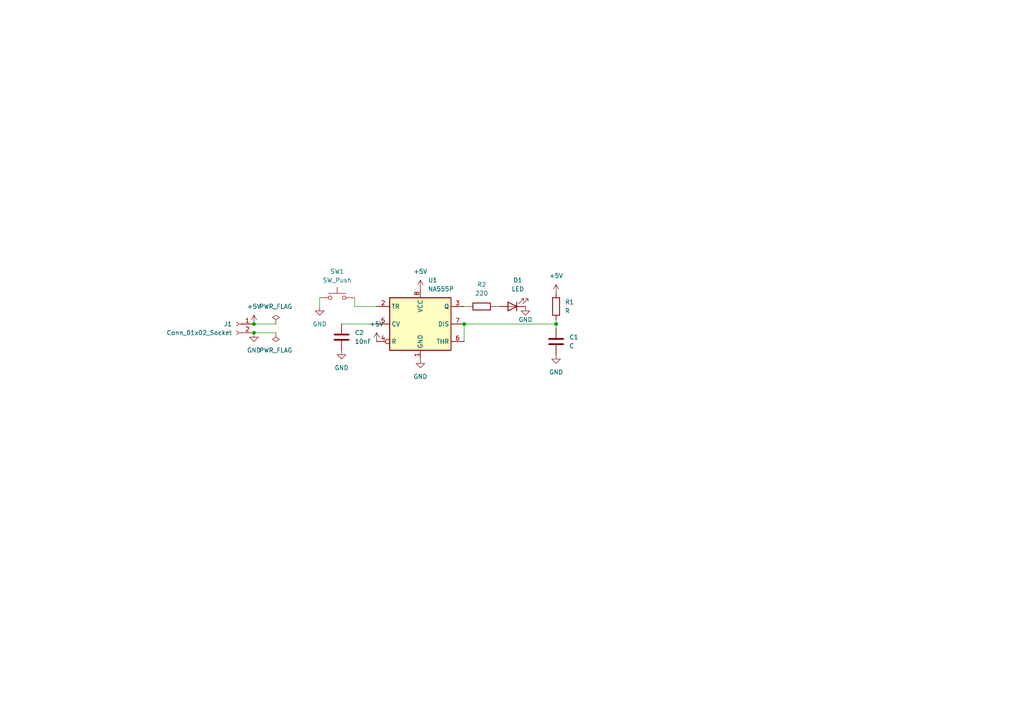
<source format=kicad_sch>
(kicad_sch (version 20230121) (generator eeschema)

  (uuid 211f259c-eda1-4af1-bafb-157f75067bd0)

  (paper "A4")

  (lib_symbols
    (symbol "Connector:Conn_01x02_Socket" (pin_names (offset 1.016) hide) (in_bom yes) (on_board yes)
      (property "Reference" "J" (at 0 2.54 0)
        (effects (font (size 1.27 1.27)))
      )
      (property "Value" "Conn_01x02_Socket" (at 0 -5.08 0)
        (effects (font (size 1.27 1.27)))
      )
      (property "Footprint" "" (at 0 0 0)
        (effects (font (size 1.27 1.27)) hide)
      )
      (property "Datasheet" "~" (at 0 0 0)
        (effects (font (size 1.27 1.27)) hide)
      )
      (property "ki_locked" "" (at 0 0 0)
        (effects (font (size 1.27 1.27)))
      )
      (property "ki_keywords" "connector" (at 0 0 0)
        (effects (font (size 1.27 1.27)) hide)
      )
      (property "ki_description" "Generic connector, single row, 01x02, script generated" (at 0 0 0)
        (effects (font (size 1.27 1.27)) hide)
      )
      (property "ki_fp_filters" "Connector*:*_1x??_*" (at 0 0 0)
        (effects (font (size 1.27 1.27)) hide)
      )
      (symbol "Conn_01x02_Socket_1_1"
        (arc (start 0 -2.032) (mid -0.5058 -2.54) (end 0 -3.048)
          (stroke (width 0.1524) (type default))
          (fill (type none))
        )
        (polyline
          (pts
            (xy -1.27 -2.54)
            (xy -0.508 -2.54)
          )
          (stroke (width 0.1524) (type default))
          (fill (type none))
        )
        (polyline
          (pts
            (xy -1.27 0)
            (xy -0.508 0)
          )
          (stroke (width 0.1524) (type default))
          (fill (type none))
        )
        (arc (start 0 0.508) (mid -0.5058 0) (end 0 -0.508)
          (stroke (width 0.1524) (type default))
          (fill (type none))
        )
        (pin passive line (at -5.08 0 0) (length 3.81)
          (name "Pin_1" (effects (font (size 1.27 1.27))))
          (number "1" (effects (font (size 1.27 1.27))))
        )
        (pin passive line (at -5.08 -2.54 0) (length 3.81)
          (name "Pin_2" (effects (font (size 1.27 1.27))))
          (number "2" (effects (font (size 1.27 1.27))))
        )
      )
    )
    (symbol "Device:C" (pin_numbers hide) (pin_names (offset 0.254)) (in_bom yes) (on_board yes)
      (property "Reference" "C" (at 0.635 2.54 0)
        (effects (font (size 1.27 1.27)) (justify left))
      )
      (property "Value" "C" (at 0.635 -2.54 0)
        (effects (font (size 1.27 1.27)) (justify left))
      )
      (property "Footprint" "" (at 0.9652 -3.81 0)
        (effects (font (size 1.27 1.27)) hide)
      )
      (property "Datasheet" "~" (at 0 0 0)
        (effects (font (size 1.27 1.27)) hide)
      )
      (property "ki_keywords" "cap capacitor" (at 0 0 0)
        (effects (font (size 1.27 1.27)) hide)
      )
      (property "ki_description" "Unpolarized capacitor" (at 0 0 0)
        (effects (font (size 1.27 1.27)) hide)
      )
      (property "ki_fp_filters" "C_*" (at 0 0 0)
        (effects (font (size 1.27 1.27)) hide)
      )
      (symbol "C_0_1"
        (polyline
          (pts
            (xy -2.032 -0.762)
            (xy 2.032 -0.762)
          )
          (stroke (width 0.508) (type default))
          (fill (type none))
        )
        (polyline
          (pts
            (xy -2.032 0.762)
            (xy 2.032 0.762)
          )
          (stroke (width 0.508) (type default))
          (fill (type none))
        )
      )
      (symbol "C_1_1"
        (pin passive line (at 0 3.81 270) (length 2.794)
          (name "~" (effects (font (size 1.27 1.27))))
          (number "1" (effects (font (size 1.27 1.27))))
        )
        (pin passive line (at 0 -3.81 90) (length 2.794)
          (name "~" (effects (font (size 1.27 1.27))))
          (number "2" (effects (font (size 1.27 1.27))))
        )
      )
    )
    (symbol "Device:LED" (pin_numbers hide) (pin_names (offset 1.016) hide) (in_bom yes) (on_board yes)
      (property "Reference" "D" (at 0 2.54 0)
        (effects (font (size 1.27 1.27)))
      )
      (property "Value" "LED" (at 0 -2.54 0)
        (effects (font (size 1.27 1.27)))
      )
      (property "Footprint" "" (at 0 0 0)
        (effects (font (size 1.27 1.27)) hide)
      )
      (property "Datasheet" "~" (at 0 0 0)
        (effects (font (size 1.27 1.27)) hide)
      )
      (property "ki_keywords" "LED diode" (at 0 0 0)
        (effects (font (size 1.27 1.27)) hide)
      )
      (property "ki_description" "Light emitting diode" (at 0 0 0)
        (effects (font (size 1.27 1.27)) hide)
      )
      (property "ki_fp_filters" "LED* LED_SMD:* LED_THT:*" (at 0 0 0)
        (effects (font (size 1.27 1.27)) hide)
      )
      (symbol "LED_0_1"
        (polyline
          (pts
            (xy -1.27 -1.27)
            (xy -1.27 1.27)
          )
          (stroke (width 0.254) (type default))
          (fill (type none))
        )
        (polyline
          (pts
            (xy -1.27 0)
            (xy 1.27 0)
          )
          (stroke (width 0) (type default))
          (fill (type none))
        )
        (polyline
          (pts
            (xy 1.27 -1.27)
            (xy 1.27 1.27)
            (xy -1.27 0)
            (xy 1.27 -1.27)
          )
          (stroke (width 0.254) (type default))
          (fill (type none))
        )
        (polyline
          (pts
            (xy -3.048 -0.762)
            (xy -4.572 -2.286)
            (xy -3.81 -2.286)
            (xy -4.572 -2.286)
            (xy -4.572 -1.524)
          )
          (stroke (width 0) (type default))
          (fill (type none))
        )
        (polyline
          (pts
            (xy -1.778 -0.762)
            (xy -3.302 -2.286)
            (xy -2.54 -2.286)
            (xy -3.302 -2.286)
            (xy -3.302 -1.524)
          )
          (stroke (width 0) (type default))
          (fill (type none))
        )
      )
      (symbol "LED_1_1"
        (pin passive line (at -3.81 0 0) (length 2.54)
          (name "K" (effects (font (size 1.27 1.27))))
          (number "1" (effects (font (size 1.27 1.27))))
        )
        (pin passive line (at 3.81 0 180) (length 2.54)
          (name "A" (effects (font (size 1.27 1.27))))
          (number "2" (effects (font (size 1.27 1.27))))
        )
      )
    )
    (symbol "Device:R" (pin_numbers hide) (pin_names (offset 0)) (in_bom yes) (on_board yes)
      (property "Reference" "R" (at 2.032 0 90)
        (effects (font (size 1.27 1.27)))
      )
      (property "Value" "R" (at 0 0 90)
        (effects (font (size 1.27 1.27)))
      )
      (property "Footprint" "" (at -1.778 0 90)
        (effects (font (size 1.27 1.27)) hide)
      )
      (property "Datasheet" "~" (at 0 0 0)
        (effects (font (size 1.27 1.27)) hide)
      )
      (property "ki_keywords" "R res resistor" (at 0 0 0)
        (effects (font (size 1.27 1.27)) hide)
      )
      (property "ki_description" "Resistor" (at 0 0 0)
        (effects (font (size 1.27 1.27)) hide)
      )
      (property "ki_fp_filters" "R_*" (at 0 0 0)
        (effects (font (size 1.27 1.27)) hide)
      )
      (symbol "R_0_1"
        (rectangle (start -1.016 -2.54) (end 1.016 2.54)
          (stroke (width 0.254) (type default))
          (fill (type none))
        )
      )
      (symbol "R_1_1"
        (pin passive line (at 0 3.81 270) (length 1.27)
          (name "~" (effects (font (size 1.27 1.27))))
          (number "1" (effects (font (size 1.27 1.27))))
        )
        (pin passive line (at 0 -3.81 90) (length 1.27)
          (name "~" (effects (font (size 1.27 1.27))))
          (number "2" (effects (font (size 1.27 1.27))))
        )
      )
    )
    (symbol "Switch:SW_Push" (pin_numbers hide) (pin_names (offset 1.016) hide) (in_bom yes) (on_board yes)
      (property "Reference" "SW" (at 1.27 2.54 0)
        (effects (font (size 1.27 1.27)) (justify left))
      )
      (property "Value" "SW_Push" (at 0 -1.524 0)
        (effects (font (size 1.27 1.27)))
      )
      (property "Footprint" "" (at 0 5.08 0)
        (effects (font (size 1.27 1.27)) hide)
      )
      (property "Datasheet" "~" (at 0 5.08 0)
        (effects (font (size 1.27 1.27)) hide)
      )
      (property "ki_keywords" "switch normally-open pushbutton push-button" (at 0 0 0)
        (effects (font (size 1.27 1.27)) hide)
      )
      (property "ki_description" "Push button switch, generic, two pins" (at 0 0 0)
        (effects (font (size 1.27 1.27)) hide)
      )
      (symbol "SW_Push_0_1"
        (circle (center -2.032 0) (radius 0.508)
          (stroke (width 0) (type default))
          (fill (type none))
        )
        (polyline
          (pts
            (xy 0 1.27)
            (xy 0 3.048)
          )
          (stroke (width 0) (type default))
          (fill (type none))
        )
        (polyline
          (pts
            (xy 2.54 1.27)
            (xy -2.54 1.27)
          )
          (stroke (width 0) (type default))
          (fill (type none))
        )
        (circle (center 2.032 0) (radius 0.508)
          (stroke (width 0) (type default))
          (fill (type none))
        )
        (pin passive line (at -5.08 0 0) (length 2.54)
          (name "1" (effects (font (size 1.27 1.27))))
          (number "1" (effects (font (size 1.27 1.27))))
        )
        (pin passive line (at 5.08 0 180) (length 2.54)
          (name "2" (effects (font (size 1.27 1.27))))
          (number "2" (effects (font (size 1.27 1.27))))
        )
      )
    )
    (symbol "Timer:NA555P" (in_bom yes) (on_board yes)
      (property "Reference" "U" (at -10.16 8.89 0)
        (effects (font (size 1.27 1.27)) (justify left))
      )
      (property "Value" "NA555P" (at 2.54 8.89 0)
        (effects (font (size 1.27 1.27)) (justify left))
      )
      (property "Footprint" "Package_DIP:DIP-8_W7.62mm" (at 16.51 -10.16 0)
        (effects (font (size 1.27 1.27)) hide)
      )
      (property "Datasheet" "http://www.ti.com/lit/ds/symlink/ne555.pdf" (at 21.59 -10.16 0)
        (effects (font (size 1.27 1.27)) hide)
      )
      (property "ki_keywords" "single timer 555" (at 0 0 0)
        (effects (font (size 1.27 1.27)) hide)
      )
      (property "ki_description" "Precision Timers, 555 compatible, PDIP-8" (at 0 0 0)
        (effects (font (size 1.27 1.27)) hide)
      )
      (property "ki_fp_filters" "DIP*W7.62mm*" (at 0 0 0)
        (effects (font (size 1.27 1.27)) hide)
      )
      (symbol "NA555P_0_0"
        (pin power_in line (at 0 -10.16 90) (length 2.54)
          (name "GND" (effects (font (size 1.27 1.27))))
          (number "1" (effects (font (size 1.27 1.27))))
        )
        (pin power_in line (at 0 10.16 270) (length 2.54)
          (name "VCC" (effects (font (size 1.27 1.27))))
          (number "8" (effects (font (size 1.27 1.27))))
        )
      )
      (symbol "NA555P_0_1"
        (rectangle (start -8.89 -7.62) (end 8.89 7.62)
          (stroke (width 0.254) (type default))
          (fill (type background))
        )
        (rectangle (start -8.89 -7.62) (end 8.89 7.62)
          (stroke (width 0.254) (type default))
          (fill (type background))
        )
      )
      (symbol "NA555P_1_1"
        (pin input line (at -12.7 5.08 0) (length 3.81)
          (name "TR" (effects (font (size 1.27 1.27))))
          (number "2" (effects (font (size 1.27 1.27))))
        )
        (pin output line (at 12.7 5.08 180) (length 3.81)
          (name "Q" (effects (font (size 1.27 1.27))))
          (number "3" (effects (font (size 1.27 1.27))))
        )
        (pin input inverted (at -12.7 -5.08 0) (length 3.81)
          (name "R" (effects (font (size 1.27 1.27))))
          (number "4" (effects (font (size 1.27 1.27))))
        )
        (pin input line (at -12.7 0 0) (length 3.81)
          (name "CV" (effects (font (size 1.27 1.27))))
          (number "5" (effects (font (size 1.27 1.27))))
        )
        (pin input line (at 12.7 -5.08 180) (length 3.81)
          (name "THR" (effects (font (size 1.27 1.27))))
          (number "6" (effects (font (size 1.27 1.27))))
        )
        (pin input line (at 12.7 0 180) (length 3.81)
          (name "DIS" (effects (font (size 1.27 1.27))))
          (number "7" (effects (font (size 1.27 1.27))))
        )
      )
    )
    (symbol "power:+5V" (power) (pin_names (offset 0)) (in_bom yes) (on_board yes)
      (property "Reference" "#PWR" (at 0 -3.81 0)
        (effects (font (size 1.27 1.27)) hide)
      )
      (property "Value" "+5V" (at 0 3.556 0)
        (effects (font (size 1.27 1.27)))
      )
      (property "Footprint" "" (at 0 0 0)
        (effects (font (size 1.27 1.27)) hide)
      )
      (property "Datasheet" "" (at 0 0 0)
        (effects (font (size 1.27 1.27)) hide)
      )
      (property "ki_keywords" "global power" (at 0 0 0)
        (effects (font (size 1.27 1.27)) hide)
      )
      (property "ki_description" "Power symbol creates a global label with name \"+5V\"" (at 0 0 0)
        (effects (font (size 1.27 1.27)) hide)
      )
      (symbol "+5V_0_1"
        (polyline
          (pts
            (xy -0.762 1.27)
            (xy 0 2.54)
          )
          (stroke (width 0) (type default))
          (fill (type none))
        )
        (polyline
          (pts
            (xy 0 0)
            (xy 0 2.54)
          )
          (stroke (width 0) (type default))
          (fill (type none))
        )
        (polyline
          (pts
            (xy 0 2.54)
            (xy 0.762 1.27)
          )
          (stroke (width 0) (type default))
          (fill (type none))
        )
      )
      (symbol "+5V_1_1"
        (pin power_in line (at 0 0 90) (length 0) hide
          (name "+5V" (effects (font (size 1.27 1.27))))
          (number "1" (effects (font (size 1.27 1.27))))
        )
      )
    )
    (symbol "power:GND" (power) (pin_names (offset 0)) (in_bom yes) (on_board yes)
      (property "Reference" "#PWR" (at 0 -6.35 0)
        (effects (font (size 1.27 1.27)) hide)
      )
      (property "Value" "GND" (at 0 -3.81 0)
        (effects (font (size 1.27 1.27)))
      )
      (property "Footprint" "" (at 0 0 0)
        (effects (font (size 1.27 1.27)) hide)
      )
      (property "Datasheet" "" (at 0 0 0)
        (effects (font (size 1.27 1.27)) hide)
      )
      (property "ki_keywords" "global power" (at 0 0 0)
        (effects (font (size 1.27 1.27)) hide)
      )
      (property "ki_description" "Power symbol creates a global label with name \"GND\" , ground" (at 0 0 0)
        (effects (font (size 1.27 1.27)) hide)
      )
      (symbol "GND_0_1"
        (polyline
          (pts
            (xy 0 0)
            (xy 0 -1.27)
            (xy 1.27 -1.27)
            (xy 0 -2.54)
            (xy -1.27 -1.27)
            (xy 0 -1.27)
          )
          (stroke (width 0) (type default))
          (fill (type none))
        )
      )
      (symbol "GND_1_1"
        (pin power_in line (at 0 0 270) (length 0) hide
          (name "GND" (effects (font (size 1.27 1.27))))
          (number "1" (effects (font (size 1.27 1.27))))
        )
      )
    )
    (symbol "power:PWR_FLAG" (power) (pin_numbers hide) (pin_names (offset 0) hide) (in_bom yes) (on_board yes)
      (property "Reference" "#FLG" (at 0 1.905 0)
        (effects (font (size 1.27 1.27)) hide)
      )
      (property "Value" "PWR_FLAG" (at 0 3.81 0)
        (effects (font (size 1.27 1.27)))
      )
      (property "Footprint" "" (at 0 0 0)
        (effects (font (size 1.27 1.27)) hide)
      )
      (property "Datasheet" "~" (at 0 0 0)
        (effects (font (size 1.27 1.27)) hide)
      )
      (property "ki_keywords" "flag power" (at 0 0 0)
        (effects (font (size 1.27 1.27)) hide)
      )
      (property "ki_description" "Special symbol for telling ERC where power comes from" (at 0 0 0)
        (effects (font (size 1.27 1.27)) hide)
      )
      (symbol "PWR_FLAG_0_0"
        (pin power_out line (at 0 0 90) (length 0)
          (name "pwr" (effects (font (size 1.27 1.27))))
          (number "1" (effects (font (size 1.27 1.27))))
        )
      )
      (symbol "PWR_FLAG_0_1"
        (polyline
          (pts
            (xy 0 0)
            (xy 0 1.27)
            (xy -1.016 1.905)
            (xy 0 2.54)
            (xy 1.016 1.905)
            (xy 0 1.27)
          )
          (stroke (width 0) (type default))
          (fill (type none))
        )
      )
    )
  )

  (junction (at 134.62 93.98) (diameter 0) (color 0 0 0 0)
    (uuid 29ce39d1-9d2e-4626-9412-08d5a003063c)
  )
  (junction (at 161.29 93.98) (diameter 0) (color 0 0 0 0)
    (uuid 5ab35f3e-f019-4ba9-931d-1c6c4a8e6cc8)
  )
  (junction (at 73.66 93.98) (diameter 0) (color 0 0 0 0)
    (uuid 9a524451-c7ae-4ed9-b84c-317adaa496b5)
  )
  (junction (at 73.66 96.52) (diameter 0) (color 0 0 0 0)
    (uuid ff9770e0-8b1b-4d67-b69e-d05ed0c4ddf1)
  )

  (wire (pts (xy 134.62 93.98) (xy 134.62 99.06))
    (stroke (width 0) (type default))
    (uuid 09f3a72e-9124-4c3e-89cd-c016b5be99aa)
  )
  (wire (pts (xy 102.87 86.36) (xy 102.87 88.9))
    (stroke (width 0) (type default))
    (uuid 161b905c-e8cf-4563-854c-9225cbba5a9b)
  )
  (wire (pts (xy 99.06 93.98) (xy 109.22 93.98))
    (stroke (width 0) (type default))
    (uuid 3646b21e-fedb-4a58-bf35-1b9f388fc4a4)
  )
  (wire (pts (xy 161.29 92.71) (xy 161.29 93.98))
    (stroke (width 0) (type default))
    (uuid 364b748a-b933-4dfe-aba4-d42600867ee2)
  )
  (wire (pts (xy 102.87 88.9) (xy 109.22 88.9))
    (stroke (width 0) (type default))
    (uuid 3c2267c7-9f9e-4568-ab5d-778acb483217)
  )
  (wire (pts (xy 161.29 93.98) (xy 161.29 95.25))
    (stroke (width 0) (type default))
    (uuid 4d968e98-284b-47c4-91a2-863e8e215138)
  )
  (wire (pts (xy 92.71 86.36) (xy 92.71 88.9))
    (stroke (width 0) (type default))
    (uuid 7ac6b33f-a6be-4b93-aa9e-5cb5c03bc6be)
  )
  (wire (pts (xy 134.62 93.98) (xy 161.29 93.98))
    (stroke (width 0) (type default))
    (uuid b1db3d19-fca5-45f1-904a-9c98be00e9f4)
  )
  (wire (pts (xy 143.51 88.9) (xy 144.78 88.9))
    (stroke (width 0) (type default))
    (uuid b9b76b4c-e172-4fc2-a09f-fb96e9004032)
  )
  (wire (pts (xy 73.66 93.98) (xy 80.01 93.98))
    (stroke (width 0) (type default))
    (uuid be51ad21-11bb-4104-9512-24cdbfd4f4a4)
  )
  (wire (pts (xy 134.62 88.9) (xy 135.89 88.9))
    (stroke (width 0) (type default))
    (uuid c755b6e1-1945-4afc-b054-657fc67c8dbc)
  )
  (wire (pts (xy 73.66 96.52) (xy 80.01 96.52))
    (stroke (width 0) (type default))
    (uuid de7a0e9d-c600-4585-b886-1af879383a24)
  )

  (symbol (lib_id "Device:LED") (at 148.59 88.9 180) (unit 1)
    (in_bom yes) (on_board yes) (dnp no) (fields_autoplaced)
    (uuid 08154ae7-a50f-42aa-adc3-7a2a6ae5dab5)
    (property "Reference" "D1" (at 150.1775 81.28 0)
      (effects (font (size 1.27 1.27)))
    )
    (property "Value" "LED" (at 150.1775 83.82 0)
      (effects (font (size 1.27 1.27)))
    )
    (property "Footprint" "LED_THT:LED_D3.0mm" (at 148.59 88.9 0)
      (effects (font (size 1.27 1.27)) hide)
    )
    (property "Datasheet" "~" (at 148.59 88.9 0)
      (effects (font (size 1.27 1.27)) hide)
    )
    (pin "2" (uuid b7e31b21-ec6f-4e8d-8ac9-f88deaef5cd8))
    (pin "1" (uuid 8d26fb56-3dc9-49a0-b923-7b1cfb362650))
    (instances
      (project "Temporizador_555"
        (path "/211f259c-eda1-4af1-bafb-157f75067bd0"
          (reference "D1") (unit 1)
        )
      )
    )
  )

  (symbol (lib_id "power:PWR_FLAG") (at 80.01 93.98 0) (unit 1)
    (in_bom yes) (on_board yes) (dnp no) (fields_autoplaced)
    (uuid 10ec9e7e-b589-440b-a898-902c8d160fd3)
    (property "Reference" "#FLG01" (at 80.01 92.075 0)
      (effects (font (size 1.27 1.27)) hide)
    )
    (property "Value" "PWR_FLAG" (at 80.01 88.9 0)
      (effects (font (size 1.27 1.27)))
    )
    (property "Footprint" "" (at 80.01 93.98 0)
      (effects (font (size 1.27 1.27)) hide)
    )
    (property "Datasheet" "~" (at 80.01 93.98 0)
      (effects (font (size 1.27 1.27)) hide)
    )
    (pin "1" (uuid 3cec2c89-ee16-43c6-af5d-1f35658fec13))
    (instances
      (project "Temporizador_555"
        (path "/211f259c-eda1-4af1-bafb-157f75067bd0"
          (reference "#FLG01") (unit 1)
        )
      )
    )
  )

  (symbol (lib_id "power:+5V") (at 109.22 99.06 0) (unit 1)
    (in_bom yes) (on_board yes) (dnp no) (fields_autoplaced)
    (uuid 12217455-020b-4396-82a6-0d768c088026)
    (property "Reference" "#PWR06" (at 109.22 102.87 0)
      (effects (font (size 1.27 1.27)) hide)
    )
    (property "Value" "+5V" (at 109.22 93.98 0)
      (effects (font (size 1.27 1.27)))
    )
    (property "Footprint" "" (at 109.22 99.06 0)
      (effects (font (size 1.27 1.27)) hide)
    )
    (property "Datasheet" "" (at 109.22 99.06 0)
      (effects (font (size 1.27 1.27)) hide)
    )
    (pin "1" (uuid a8acadd7-d09a-4971-b6d2-356a8723a6b2))
    (instances
      (project "Temporizador_555"
        (path "/211f259c-eda1-4af1-bafb-157f75067bd0"
          (reference "#PWR06") (unit 1)
        )
      )
    )
  )

  (symbol (lib_id "power:GND") (at 161.29 102.87 0) (unit 1)
    (in_bom yes) (on_board yes) (dnp no) (fields_autoplaced)
    (uuid 133932e0-8337-4a6b-bf96-9b83683bcf6f)
    (property "Reference" "#PWR010" (at 161.29 109.22 0)
      (effects (font (size 1.27 1.27)) hide)
    )
    (property "Value" "GND" (at 161.29 107.95 0)
      (effects (font (size 1.27 1.27)))
    )
    (property "Footprint" "" (at 161.29 102.87 0)
      (effects (font (size 1.27 1.27)) hide)
    )
    (property "Datasheet" "" (at 161.29 102.87 0)
      (effects (font (size 1.27 1.27)) hide)
    )
    (pin "1" (uuid e0d73855-3b44-4caa-bcc1-60001c22979b))
    (instances
      (project "Temporizador_555"
        (path "/211f259c-eda1-4af1-bafb-157f75067bd0"
          (reference "#PWR010") (unit 1)
        )
      )
    )
  )

  (symbol (lib_id "Device:R") (at 139.7 88.9 90) (unit 1)
    (in_bom yes) (on_board yes) (dnp no) (fields_autoplaced)
    (uuid 1a80e58e-03c2-44f9-bee2-61049b5fba3d)
    (property "Reference" "R2" (at 139.7 82.55 90)
      (effects (font (size 1.27 1.27)))
    )
    (property "Value" "220" (at 139.7 85.09 90)
      (effects (font (size 1.27 1.27)))
    )
    (property "Footprint" "Resistor_THT:R_Axial_DIN0207_L6.3mm_D2.5mm_P7.62mm_Horizontal" (at 139.7 90.678 90)
      (effects (font (size 1.27 1.27)) hide)
    )
    (property "Datasheet" "~" (at 139.7 88.9 0)
      (effects (font (size 1.27 1.27)) hide)
    )
    (pin "1" (uuid 8d00ab9a-7ea1-4b21-bac6-b0d0ad37d02f))
    (pin "2" (uuid 2da2e596-f644-43fc-bb85-cfaa7f68ac1f))
    (instances
      (project "Temporizador_555"
        (path "/211f259c-eda1-4af1-bafb-157f75067bd0"
          (reference "R2") (unit 1)
        )
      )
    )
  )

  (symbol (lib_id "Device:C") (at 99.06 97.79 0) (unit 1)
    (in_bom yes) (on_board yes) (dnp no) (fields_autoplaced)
    (uuid 1de87df9-5f9e-4e98-8fc6-6076cf052269)
    (property "Reference" "C2" (at 102.87 96.52 0)
      (effects (font (size 1.27 1.27)) (justify left))
    )
    (property "Value" "10nF" (at 102.87 99.06 0)
      (effects (font (size 1.27 1.27)) (justify left))
    )
    (property "Footprint" "Capacitor_THT:C_Disc_D5.0mm_W2.5mm_P5.00mm" (at 100.0252 101.6 0)
      (effects (font (size 1.27 1.27)) hide)
    )
    (property "Datasheet" "~" (at 99.06 97.79 0)
      (effects (font (size 1.27 1.27)) hide)
    )
    (pin "2" (uuid 0546e2b6-66f6-4220-8e19-4ae7df1435ea))
    (pin "1" (uuid f72f209e-5787-4d59-8cea-cc91a6a665c3))
    (instances
      (project "Temporizador_555"
        (path "/211f259c-eda1-4af1-bafb-157f75067bd0"
          (reference "C2") (unit 1)
        )
      )
    )
  )

  (symbol (lib_id "Switch:SW_Push") (at 97.79 86.36 0) (unit 1)
    (in_bom yes) (on_board yes) (dnp no) (fields_autoplaced)
    (uuid 252d83e9-eaf7-4f01-ad80-2ea83465b8f9)
    (property "Reference" "SW1" (at 97.79 78.74 0)
      (effects (font (size 1.27 1.27)))
    )
    (property "Value" "SW_Push" (at 97.79 81.28 0)
      (effects (font (size 1.27 1.27)))
    )
    (property "Footprint" "Button_Switch_THT:SW_PUSH_6mm" (at 97.79 81.28 0)
      (effects (font (size 1.27 1.27)) hide)
    )
    (property "Datasheet" "~" (at 97.79 81.28 0)
      (effects (font (size 1.27 1.27)) hide)
    )
    (pin "2" (uuid 32951b79-c66c-4543-bea0-b12a6bf51dfc))
    (pin "1" (uuid 77cf3955-5c66-4697-a8f2-29f5c0b71313))
    (instances
      (project "Temporizador_555"
        (path "/211f259c-eda1-4af1-bafb-157f75067bd0"
          (reference "SW1") (unit 1)
        )
      )
    )
  )

  (symbol (lib_id "power:GND") (at 152.4 88.9 0) (unit 1)
    (in_bom yes) (on_board yes) (dnp no)
    (uuid 2814738e-cf01-4b4a-a331-2cd673015616)
    (property "Reference" "#PWR08" (at 152.4 95.25 0)
      (effects (font (size 1.27 1.27)) hide)
    )
    (property "Value" "GND" (at 152.4 92.71 0)
      (effects (font (size 1.27 1.27)))
    )
    (property "Footprint" "" (at 152.4 88.9 0)
      (effects (font (size 1.27 1.27)) hide)
    )
    (property "Datasheet" "" (at 152.4 88.9 0)
      (effects (font (size 1.27 1.27)) hide)
    )
    (pin "1" (uuid ec891477-1e5e-449b-af79-2f960d9921ab))
    (instances
      (project "Temporizador_555"
        (path "/211f259c-eda1-4af1-bafb-157f75067bd0"
          (reference "#PWR08") (unit 1)
        )
      )
    )
  )

  (symbol (lib_id "power:PWR_FLAG") (at 80.01 96.52 180) (unit 1)
    (in_bom yes) (on_board yes) (dnp no) (fields_autoplaced)
    (uuid 380044ca-8fb0-4d67-ac0e-e59251d2e570)
    (property "Reference" "#FLG02" (at 80.01 98.425 0)
      (effects (font (size 1.27 1.27)) hide)
    )
    (property "Value" "PWR_FLAG" (at 80.01 101.6 0)
      (effects (font (size 1.27 1.27)))
    )
    (property "Footprint" "" (at 80.01 96.52 0)
      (effects (font (size 1.27 1.27)) hide)
    )
    (property "Datasheet" "~" (at 80.01 96.52 0)
      (effects (font (size 1.27 1.27)) hide)
    )
    (pin "1" (uuid a2e1eeb2-228a-48c3-ac94-f5ce9484d9cf))
    (instances
      (project "Temporizador_555"
        (path "/211f259c-eda1-4af1-bafb-157f75067bd0"
          (reference "#FLG02") (unit 1)
        )
      )
    )
  )

  (symbol (lib_id "power:+5V") (at 161.29 85.09 0) (unit 1)
    (in_bom yes) (on_board yes) (dnp no) (fields_autoplaced)
    (uuid 440bdc8d-7ae8-4d0c-947a-d968ea5c143d)
    (property "Reference" "#PWR09" (at 161.29 88.9 0)
      (effects (font (size 1.27 1.27)) hide)
    )
    (property "Value" "+5V" (at 161.29 80.01 0)
      (effects (font (size 1.27 1.27)))
    )
    (property "Footprint" "" (at 161.29 85.09 0)
      (effects (font (size 1.27 1.27)) hide)
    )
    (property "Datasheet" "" (at 161.29 85.09 0)
      (effects (font (size 1.27 1.27)) hide)
    )
    (pin "1" (uuid 37c6a07d-f56e-4feb-b582-97055685125c))
    (instances
      (project "Temporizador_555"
        (path "/211f259c-eda1-4af1-bafb-157f75067bd0"
          (reference "#PWR09") (unit 1)
        )
      )
    )
  )

  (symbol (lib_id "power:GND") (at 73.66 96.52 0) (unit 1)
    (in_bom yes) (on_board yes) (dnp no) (fields_autoplaced)
    (uuid 4b525390-c4a1-4fa6-a549-4f4d9659d3c8)
    (property "Reference" "#PWR02" (at 73.66 102.87 0)
      (effects (font (size 1.27 1.27)) hide)
    )
    (property "Value" "GND" (at 73.66 101.6 0)
      (effects (font (size 1.27 1.27)))
    )
    (property "Footprint" "" (at 73.66 96.52 0)
      (effects (font (size 1.27 1.27)) hide)
    )
    (property "Datasheet" "" (at 73.66 96.52 0)
      (effects (font (size 1.27 1.27)) hide)
    )
    (pin "1" (uuid f267191f-bd8e-4008-bcd2-c08b20001e12))
    (instances
      (project "Temporizador_555"
        (path "/211f259c-eda1-4af1-bafb-157f75067bd0"
          (reference "#PWR02") (unit 1)
        )
      )
    )
  )

  (symbol (lib_id "Connector:Conn_01x02_Socket") (at 68.58 93.98 0) (mirror y) (unit 1)
    (in_bom yes) (on_board yes) (dnp no)
    (uuid 5d698b8f-e57e-43ef-8d13-c0f92dfb9ff6)
    (property "Reference" "J1" (at 67.31 93.98 0)
      (effects (font (size 1.27 1.27)) (justify left))
    )
    (property "Value" "Conn_01x02_Socket" (at 67.31 96.52 0)
      (effects (font (size 1.27 1.27)) (justify left))
    )
    (property "Footprint" "Connector_PinSocket_2.54mm:PinSocket_1x02_P2.54mm_Vertical" (at 68.58 93.98 0)
      (effects (font (size 1.27 1.27)) hide)
    )
    (property "Datasheet" "~" (at 68.58 93.98 0)
      (effects (font (size 1.27 1.27)) hide)
    )
    (pin "1" (uuid 6f7159c9-d622-4586-8bd7-923923c8fae4))
    (pin "2" (uuid 86f58cf4-0de7-495f-b035-4bc2ecaeacfe))
    (instances
      (project "Temporizador_555"
        (path "/211f259c-eda1-4af1-bafb-157f75067bd0"
          (reference "J1") (unit 1)
        )
      )
    )
  )

  (symbol (lib_id "Timer:NA555P") (at 121.92 93.98 0) (unit 1)
    (in_bom yes) (on_board yes) (dnp no) (fields_autoplaced)
    (uuid 74cb0f38-ba26-42e3-947c-ffb8101cdd4e)
    (property "Reference" "U1" (at 124.1141 81.28 0)
      (effects (font (size 1.27 1.27)) (justify left))
    )
    (property "Value" "NA555P" (at 124.1141 83.82 0)
      (effects (font (size 1.27 1.27)) (justify left))
    )
    (property "Footprint" "Package_DIP:DIP-8_W7.62mm" (at 138.43 104.14 0)
      (effects (font (size 1.27 1.27)) hide)
    )
    (property "Datasheet" "http://www.ti.com/lit/ds/symlink/ne555.pdf" (at 143.51 104.14 0)
      (effects (font (size 1.27 1.27)) hide)
    )
    (pin "6" (uuid 4b2187fc-606f-44b4-bdfb-1aba8bb15180))
    (pin "2" (uuid c701567e-4979-4f67-9afb-3bc7dd352b78))
    (pin "1" (uuid 41a6f9c6-17a2-43fa-bbd5-ea122f7936d3))
    (pin "4" (uuid 51747700-8716-4ddb-abb2-21dd7261b679))
    (pin "3" (uuid 2950e5f3-d0d4-43bb-9d43-e5786c56733d))
    (pin "5" (uuid ffd6c965-3665-4f31-beb1-fae568e43c34))
    (pin "8" (uuid 0224b322-6aef-4622-94f4-96196d037bf9))
    (pin "7" (uuid 905fac45-a449-4e8e-b6e7-a232483a45ab))
    (instances
      (project "Temporizador_555"
        (path "/211f259c-eda1-4af1-bafb-157f75067bd0"
          (reference "U1") (unit 1)
        )
      )
    )
  )

  (symbol (lib_id "power:GND") (at 92.71 88.9 0) (unit 1)
    (in_bom yes) (on_board yes) (dnp no) (fields_autoplaced)
    (uuid 8ef4f0f0-1f81-4048-8304-9cf3077e51e5)
    (property "Reference" "#PWR07" (at 92.71 95.25 0)
      (effects (font (size 1.27 1.27)) hide)
    )
    (property "Value" "GND" (at 92.71 93.98 0)
      (effects (font (size 1.27 1.27)))
    )
    (property "Footprint" "" (at 92.71 88.9 0)
      (effects (font (size 1.27 1.27)) hide)
    )
    (property "Datasheet" "" (at 92.71 88.9 0)
      (effects (font (size 1.27 1.27)) hide)
    )
    (pin "1" (uuid 6ec8d89e-4975-4a6b-acb2-6abcff0d705f))
    (instances
      (project "Temporizador_555"
        (path "/211f259c-eda1-4af1-bafb-157f75067bd0"
          (reference "#PWR07") (unit 1)
        )
      )
    )
  )

  (symbol (lib_id "Device:R") (at 161.29 88.9 0) (unit 1)
    (in_bom yes) (on_board yes) (dnp no) (fields_autoplaced)
    (uuid 8f98b20a-dfbf-49ff-984e-41a66bd2c5a4)
    (property "Reference" "R1" (at 163.83 87.63 0)
      (effects (font (size 1.27 1.27)) (justify left))
    )
    (property "Value" "R" (at 163.83 90.17 0)
      (effects (font (size 1.27 1.27)) (justify left))
    )
    (property "Footprint" "Resistor_THT:R_Axial_DIN0207_L6.3mm_D2.5mm_P7.62mm_Horizontal" (at 159.512 88.9 90)
      (effects (font (size 1.27 1.27)) hide)
    )
    (property "Datasheet" "~" (at 161.29 88.9 0)
      (effects (font (size 1.27 1.27)) hide)
    )
    (pin "1" (uuid 485e1f9c-ba77-47b8-a386-000185d6c416))
    (pin "2" (uuid f5a3ef9d-b470-46a6-9739-d0aa4fbd457c))
    (instances
      (project "Temporizador_555"
        (path "/211f259c-eda1-4af1-bafb-157f75067bd0"
          (reference "R1") (unit 1)
        )
      )
    )
  )

  (symbol (lib_id "power:+5V") (at 73.66 93.98 0) (unit 1)
    (in_bom yes) (on_board yes) (dnp no) (fields_autoplaced)
    (uuid a8491b77-b65d-47cd-b5ff-932e2fa9a570)
    (property "Reference" "#PWR01" (at 73.66 97.79 0)
      (effects (font (size 1.27 1.27)) hide)
    )
    (property "Value" "+5V" (at 73.66 88.9 0)
      (effects (font (size 1.27 1.27)))
    )
    (property "Footprint" "" (at 73.66 93.98 0)
      (effects (font (size 1.27 1.27)) hide)
    )
    (property "Datasheet" "" (at 73.66 93.98 0)
      (effects (font (size 1.27 1.27)) hide)
    )
    (pin "1" (uuid 0450c57c-db5c-4f6b-9ad0-35f74983d205))
    (instances
      (project "Temporizador_555"
        (path "/211f259c-eda1-4af1-bafb-157f75067bd0"
          (reference "#PWR01") (unit 1)
        )
      )
    )
  )

  (symbol (lib_id "power:+5V") (at 121.92 83.82 0) (unit 1)
    (in_bom yes) (on_board yes) (dnp no) (fields_autoplaced)
    (uuid b198af74-d93a-4bea-8d73-79f6ac718602)
    (property "Reference" "#PWR04" (at 121.92 87.63 0)
      (effects (font (size 1.27 1.27)) hide)
    )
    (property "Value" "+5V" (at 121.92 78.74 0)
      (effects (font (size 1.27 1.27)))
    )
    (property "Footprint" "" (at 121.92 83.82 0)
      (effects (font (size 1.27 1.27)) hide)
    )
    (property "Datasheet" "" (at 121.92 83.82 0)
      (effects (font (size 1.27 1.27)) hide)
    )
    (pin "1" (uuid 8c04d565-fcab-40cb-8f70-f26d818ae9c3))
    (instances
      (project "Temporizador_555"
        (path "/211f259c-eda1-4af1-bafb-157f75067bd0"
          (reference "#PWR04") (unit 1)
        )
      )
    )
  )

  (symbol (lib_id "power:GND") (at 121.92 104.14 0) (unit 1)
    (in_bom yes) (on_board yes) (dnp no) (fields_autoplaced)
    (uuid b6f94782-ad3a-47d3-8456-11f3982c3b96)
    (property "Reference" "#PWR03" (at 121.92 110.49 0)
      (effects (font (size 1.27 1.27)) hide)
    )
    (property "Value" "GND" (at 121.92 109.22 0)
      (effects (font (size 1.27 1.27)))
    )
    (property "Footprint" "" (at 121.92 104.14 0)
      (effects (font (size 1.27 1.27)) hide)
    )
    (property "Datasheet" "" (at 121.92 104.14 0)
      (effects (font (size 1.27 1.27)) hide)
    )
    (pin "1" (uuid 2c128d4b-14e2-4967-a997-c1ff3ce587b5))
    (instances
      (project "Temporizador_555"
        (path "/211f259c-eda1-4af1-bafb-157f75067bd0"
          (reference "#PWR03") (unit 1)
        )
      )
    )
  )

  (symbol (lib_id "Device:C") (at 161.29 99.06 0) (unit 1)
    (in_bom yes) (on_board yes) (dnp no) (fields_autoplaced)
    (uuid ef17fa8e-cf89-45b9-ad74-a525ab1fe046)
    (property "Reference" "C1" (at 165.1 97.79 0)
      (effects (font (size 1.27 1.27)) (justify left))
    )
    (property "Value" "C" (at 165.1 100.33 0)
      (effects (font (size 1.27 1.27)) (justify left))
    )
    (property "Footprint" "Capacitor_THT:CP_Radial_D5.0mm_P2.00mm" (at 162.2552 102.87 0)
      (effects (font (size 1.27 1.27)) hide)
    )
    (property "Datasheet" "~" (at 161.29 99.06 0)
      (effects (font (size 1.27 1.27)) hide)
    )
    (pin "2" (uuid 9ceaeece-eea6-4498-93f5-8ee27a6b24f3))
    (pin "1" (uuid f8f504a9-9dcf-4d7a-b2ac-2cf9cd3c53cd))
    (instances
      (project "Temporizador_555"
        (path "/211f259c-eda1-4af1-bafb-157f75067bd0"
          (reference "C1") (unit 1)
        )
      )
    )
  )

  (symbol (lib_id "power:GND") (at 99.06 101.6 0) (unit 1)
    (in_bom yes) (on_board yes) (dnp no) (fields_autoplaced)
    (uuid f5d59205-5b3c-4282-aea8-48c33b5d12c3)
    (property "Reference" "#PWR05" (at 99.06 107.95 0)
      (effects (font (size 1.27 1.27)) hide)
    )
    (property "Value" "GND" (at 99.06 106.68 0)
      (effects (font (size 1.27 1.27)))
    )
    (property "Footprint" "" (at 99.06 101.6 0)
      (effects (font (size 1.27 1.27)) hide)
    )
    (property "Datasheet" "" (at 99.06 101.6 0)
      (effects (font (size 1.27 1.27)) hide)
    )
    (pin "1" (uuid 8f9cbd94-9e04-4411-8c27-518bb6530b1a))
    (instances
      (project "Temporizador_555"
        (path "/211f259c-eda1-4af1-bafb-157f75067bd0"
          (reference "#PWR05") (unit 1)
        )
      )
    )
  )

  (sheet_instances
    (path "/" (page "1"))
  )
)

</source>
